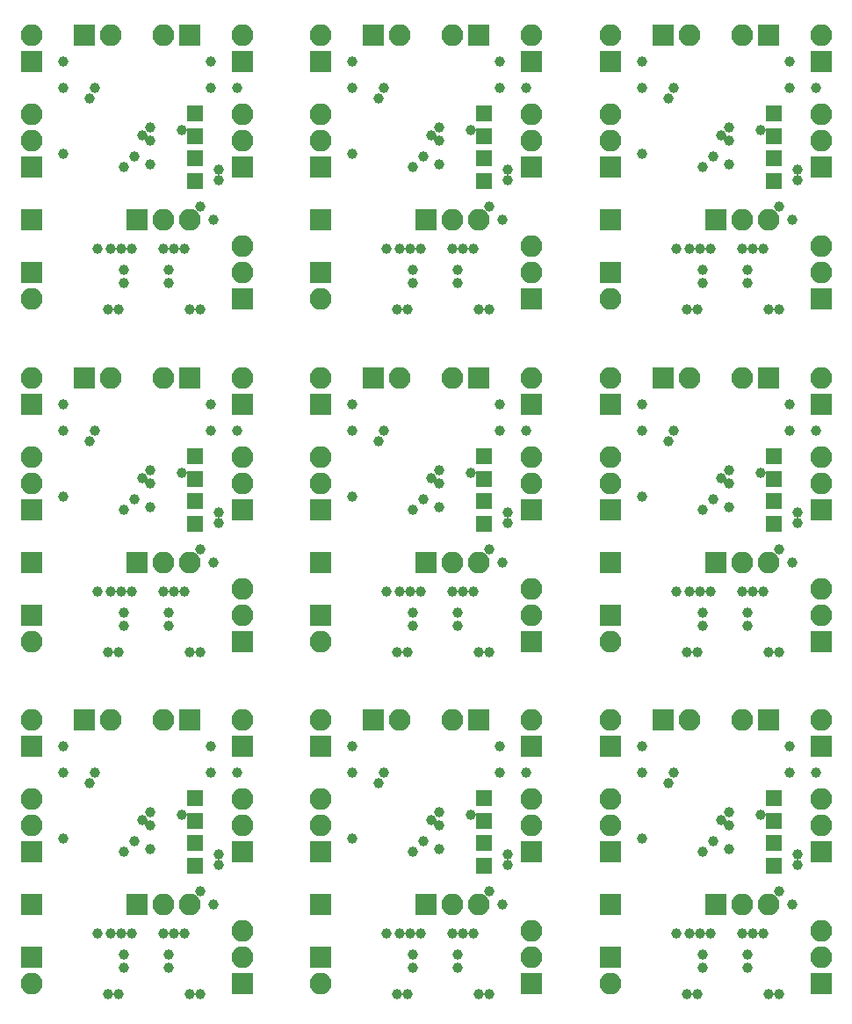
<source format=gbr>
%MOIN*%
%OFA0B0*%
%FSLAX46Y46*%
%IPPOS*%
%LPD*%
%ADD10C,0.0039370078740157488*%
%ADD11R,0.062992125984251982X0.062992125984251982*%
%ADD12R,0.082677165354330714X0.082677165354330714*%
%ADD13O,0.082677165354330714X0.082677165354330714*%
%ADD14C,0.03937007874015748*%
%ADD25C,0.0039370078740157488*%
%ADD26R,0.062992125984251982X0.062992125984251982*%
%ADD27R,0.082677165354330714X0.082677165354330714*%
%ADD28O,0.082677165354330714X0.082677165354330714*%
%ADD29C,0.03937007874015748*%
%ADD30C,0.0039370078740157488*%
%ADD31R,0.062992125984251982X0.062992125984251982*%
%ADD32R,0.082677165354330714X0.082677165354330714*%
%ADD33O,0.082677165354330714X0.082677165354330714*%
%ADD34C,0.03937007874015748*%
%ADD35C,0.0039370078740157488*%
%ADD36R,0.062992125984251982X0.062992125984251982*%
%ADD37R,0.082677165354330714X0.082677165354330714*%
%ADD38O,0.082677165354330714X0.082677165354330714*%
%ADD39C,0.03937007874015748*%
%ADD40C,0.0039370078740157488*%
%ADD41R,0.062992125984251982X0.062992125984251982*%
%ADD42R,0.082677165354330714X0.082677165354330714*%
%ADD43O,0.082677165354330714X0.082677165354330714*%
%ADD44C,0.03937007874015748*%
%ADD45C,0.0039370078740157488*%
%ADD46R,0.062992125984251982X0.062992125984251982*%
%ADD47R,0.082677165354330714X0.082677165354330714*%
%ADD48O,0.082677165354330714X0.082677165354330714*%
%ADD49C,0.03937007874015748*%
%ADD50C,0.0039370078740157488*%
%ADD51R,0.062992125984251982X0.062992125984251982*%
%ADD52R,0.082677165354330714X0.082677165354330714*%
%ADD53O,0.082677165354330714X0.082677165354330714*%
%ADD54C,0.03937007874015748*%
%ADD55C,0.0039370078740157488*%
%ADD56R,0.062992125984251982X0.062992125984251982*%
%ADD57R,0.082677165354330714X0.082677165354330714*%
%ADD58O,0.082677165354330714X0.082677165354330714*%
%ADD59C,0.03937007874015748*%
%ADD60C,0.0039370078740157488*%
%ADD61R,0.062992125984251982X0.062992125984251982*%
%ADD62R,0.082677165354330714X0.082677165354330714*%
%ADD63O,0.082677165354330714X0.082677165354330714*%
%ADD64C,0.03937007874015748*%
G01G01*
D10*
D11*
X-0005400000Y0004799999D02*
X0000719999Y0000716692D03*
X0000719999Y0000803307D03*
X0000719999Y0000546692D03*
X0000719999Y0000633307D03*
D12*
X0000099999Y0000199999D03*
D13*
X0000099999Y0000099999D03*
D12*
X0000099999Y0000399999D03*
X0000899999Y0000099999D03*
D13*
X0000899999Y0000199999D03*
X0000899999Y0000299999D03*
D12*
X0000099999Y0000599999D03*
D13*
X0000099999Y0000699999D03*
X0000099999Y0000799999D03*
D12*
X0000099999Y0000999999D03*
D13*
X0000099999Y0001099999D03*
D12*
X0000299999Y0001099999D03*
D13*
X0000399999Y0001099999D03*
D12*
X0000699999Y0001099999D03*
D13*
X0000599999Y0001099999D03*
D12*
X0000899999Y0000999999D03*
D13*
X0000899999Y0001099999D03*
D12*
X0000899999Y0000599999D03*
D13*
X0000899999Y0000699999D03*
X0000899999Y0000799999D03*
D12*
X0000499999Y0000399999D03*
D13*
X0000599999Y0000399999D03*
X0000699999Y0000399999D03*
D14*
X0000429999Y0000059999D03*
X0000389999Y0000059999D03*
X0000739999Y0000059999D03*
X0000699999Y0000059999D03*
X0000219999Y0000649999D03*
X0000879999Y0000899999D03*
X0000779999Y0000899999D03*
X0000779999Y0000999999D03*
X0000219999Y0000999999D03*
X0000219999Y0000899999D03*
X0000319999Y0000859999D03*
X0000339999Y0000899999D03*
X0000619999Y0000159999D03*
X0000619999Y0000209999D03*
X0000449999Y0000159999D03*
X0000449999Y0000209999D03*
X0000679999Y0000289999D03*
X0000639999Y0000289999D03*
X0000599999Y0000289999D03*
X0000479999Y0000289999D03*
X0000439999Y0000289999D03*
X0000399999Y0000289999D03*
X0000349999Y0000289999D03*
X0000789999Y0000399999D03*
X0000449999Y0000599999D03*
X0000489999Y0000639999D03*
X0000549999Y0000609999D03*
X0000669999Y0000739999D03*
X0000549999Y0000749999D03*
X0000549999Y0000699999D03*
X0000739999Y0000449999D03*
X0000519999Y0000719999D03*
X0000809999Y0000589999D03*
X0000809999Y0000549999D03*
G04 next file*
G04 #@! TF.FileFunction,Soldermask,Top*
G04 Gerber Fmt 4.6, Leading zero omitted, Abs format (unit mm)*
G04 Created by KiCad (PCBNEW (2015-09-22 BZR 6208)-product) date 14.8.2018 10:54:20*
G01G01*
G04 APERTURE LIST*
G04 APERTURE END LIST*
D25*
D26*
X-0005400000Y0006098424D02*
X0000719999Y0002015117D03*
X0000719999Y0002101732D03*
X0000719999Y0001845117D03*
X0000719999Y0001931732D03*
D27*
X0000099999Y0001498424D03*
D28*
X0000099999Y0001398424D03*
D27*
X0000099999Y0001698424D03*
X0000899999Y0001398424D03*
D28*
X0000899999Y0001498424D03*
X0000899999Y0001598424D03*
D27*
X0000099999Y0001898424D03*
D28*
X0000099999Y0001998424D03*
X0000099999Y0002098424D03*
D27*
X0000099999Y0002298424D03*
D28*
X0000099999Y0002398424D03*
D27*
X0000299999Y0002398424D03*
D28*
X0000399999Y0002398424D03*
D27*
X0000699999Y0002398424D03*
D28*
X0000599999Y0002398424D03*
D27*
X0000899999Y0002298424D03*
D28*
X0000899999Y0002398424D03*
D27*
X0000899999Y0001898424D03*
D28*
X0000899999Y0001998424D03*
X0000899999Y0002098424D03*
D27*
X0000499999Y0001698424D03*
D28*
X0000599999Y0001698424D03*
X0000699999Y0001698424D03*
D29*
X0000429999Y0001358424D03*
X0000389999Y0001358424D03*
X0000739999Y0001358424D03*
X0000699999Y0001358424D03*
X0000219999Y0001948424D03*
X0000879999Y0002198424D03*
X0000779999Y0002198424D03*
X0000779999Y0002298424D03*
X0000219999Y0002298424D03*
X0000219999Y0002198424D03*
X0000319999Y0002158424D03*
X0000339999Y0002198424D03*
X0000619999Y0001458424D03*
X0000619999Y0001508424D03*
X0000449999Y0001458424D03*
X0000449999Y0001508424D03*
X0000679999Y0001588424D03*
X0000639999Y0001588424D03*
X0000599999Y0001588424D03*
X0000479999Y0001588424D03*
X0000439999Y0001588424D03*
X0000399999Y0001588424D03*
X0000349999Y0001588424D03*
X0000789999Y0001698424D03*
X0000449999Y0001898424D03*
X0000489999Y0001938424D03*
X0000549999Y0001908424D03*
X0000669999Y0002038424D03*
X0000549999Y0002048424D03*
X0000549999Y0001998424D03*
X0000739999Y0001748424D03*
X0000519999Y0002018424D03*
X0000809999Y0001888424D03*
X0000809999Y0001848424D03*
G04 next file*
G04 #@! TF.FileFunction,Soldermask,Top*
G04 Gerber Fmt 4.6, Leading zero omitted, Abs format (unit mm)*
G04 Created by KiCad (PCBNEW (2015-09-22 BZR 6208)-product) date 14.8.2018 10:54:20*
G01G01*
G04 APERTURE LIST*
G04 APERTURE END LIST*
D30*
D31*
X-0005400000Y0007396850D02*
X0000719999Y0003313543D03*
X0000719999Y0003400157D03*
X0000719999Y0003143543D03*
X0000719999Y0003230157D03*
D32*
X0000099999Y0002796850D03*
D33*
X0000099999Y0002696850D03*
D32*
X0000099999Y0002996850D03*
X0000899999Y0002696850D03*
D33*
X0000899999Y0002796850D03*
X0000899999Y0002896850D03*
D32*
X0000099999Y0003196850D03*
D33*
X0000099999Y0003296850D03*
X0000099999Y0003396850D03*
D32*
X0000099999Y0003596850D03*
D33*
X0000099999Y0003696850D03*
D32*
X0000299999Y0003696850D03*
D33*
X0000399999Y0003696850D03*
D32*
X0000699999Y0003696850D03*
D33*
X0000599999Y0003696850D03*
D32*
X0000899999Y0003596850D03*
D33*
X0000899999Y0003696850D03*
D32*
X0000899999Y0003196850D03*
D33*
X0000899999Y0003296850D03*
X0000899999Y0003396850D03*
D32*
X0000499999Y0002996850D03*
D33*
X0000599999Y0002996850D03*
X0000699999Y0002996850D03*
D34*
X0000429999Y0002656850D03*
X0000389999Y0002656850D03*
X0000739999Y0002656850D03*
X0000699999Y0002656850D03*
X0000219999Y0003246850D03*
X0000879999Y0003496850D03*
X0000779999Y0003496850D03*
X0000779999Y0003596850D03*
X0000219999Y0003596850D03*
X0000219999Y0003496850D03*
X0000319999Y0003456850D03*
X0000339999Y0003496850D03*
X0000619999Y0002756850D03*
X0000619999Y0002806850D03*
X0000449999Y0002756850D03*
X0000449999Y0002806850D03*
X0000679999Y0002886850D03*
X0000639999Y0002886850D03*
X0000599999Y0002886850D03*
X0000479999Y0002886850D03*
X0000439999Y0002886850D03*
X0000399999Y0002886850D03*
X0000349999Y0002886850D03*
X0000789999Y0002996850D03*
X0000449999Y0003196850D03*
X0000489999Y0003236850D03*
X0000549999Y0003206850D03*
X0000669999Y0003336850D03*
X0000549999Y0003346850D03*
X0000549999Y0003296850D03*
X0000739999Y0003046850D03*
X0000519999Y0003316850D03*
X0000809999Y0003186850D03*
X0000809999Y0003146850D03*
G04 next file*
G04 #@! TF.FileFunction,Soldermask,Top*
G04 Gerber Fmt 4.6, Leading zero omitted, Abs format (unit mm)*
G04 Created by KiCad (PCBNEW (2015-09-22 BZR 6208)-product) date 14.8.2018 10:54:20*
G01G01*
G04 APERTURE LIST*
G04 APERTURE END LIST*
D35*
D36*
X-0004301574Y0004799999D02*
X0001818425Y0000716692D03*
X0001818425Y0000803307D03*
X0001818425Y0000546692D03*
X0001818425Y0000633307D03*
D37*
X0001198425Y0000199999D03*
D38*
X0001198425Y0000099999D03*
D37*
X0001198425Y0000399999D03*
X0001998425Y0000099999D03*
D38*
X0001998425Y0000199999D03*
X0001998425Y0000299999D03*
D37*
X0001198425Y0000599999D03*
D38*
X0001198425Y0000699999D03*
X0001198425Y0000799999D03*
D37*
X0001198425Y0000999999D03*
D38*
X0001198425Y0001099999D03*
D37*
X0001398425Y0001099999D03*
D38*
X0001498425Y0001099999D03*
D37*
X0001798425Y0001099999D03*
D38*
X0001698425Y0001099999D03*
D37*
X0001998425Y0000999999D03*
D38*
X0001998425Y0001099999D03*
D37*
X0001998425Y0000599999D03*
D38*
X0001998425Y0000699999D03*
X0001998425Y0000799999D03*
D37*
X0001598425Y0000399999D03*
D38*
X0001698425Y0000399999D03*
X0001798425Y0000399999D03*
D39*
X0001528425Y0000059999D03*
X0001488425Y0000059999D03*
X0001838425Y0000059999D03*
X0001798425Y0000059999D03*
X0001318425Y0000649999D03*
X0001978425Y0000899999D03*
X0001878425Y0000899999D03*
X0001878425Y0000999999D03*
X0001318425Y0000999999D03*
X0001318425Y0000899999D03*
X0001418425Y0000859999D03*
X0001438425Y0000899999D03*
X0001718425Y0000159999D03*
X0001718425Y0000209999D03*
X0001548425Y0000159999D03*
X0001548425Y0000209999D03*
X0001778425Y0000289999D03*
X0001738425Y0000289999D03*
X0001698425Y0000289999D03*
X0001578425Y0000289999D03*
X0001538425Y0000289999D03*
X0001498425Y0000289999D03*
X0001448425Y0000289999D03*
X0001888425Y0000399999D03*
X0001548425Y0000599999D03*
X0001588425Y0000639999D03*
X0001648425Y0000609999D03*
X0001768425Y0000739999D03*
X0001648425Y0000749999D03*
X0001648425Y0000699999D03*
X0001838425Y0000449999D03*
X0001618425Y0000719999D03*
X0001908425Y0000589999D03*
X0001908425Y0000549999D03*
G04 next file*
G04 #@! TF.FileFunction,Soldermask,Top*
G04 Gerber Fmt 4.6, Leading zero omitted, Abs format (unit mm)*
G04 Created by KiCad (PCBNEW (2015-09-22 BZR 6208)-product) date 14.8.2018 10:54:20*
G01G01*
G04 APERTURE LIST*
G04 APERTURE END LIST*
D40*
D41*
X-0003203149Y0004799999D02*
X0002916850Y0000716692D03*
X0002916850Y0000803307D03*
X0002916850Y0000546692D03*
X0002916850Y0000633307D03*
D42*
X0002296850Y0000199999D03*
D43*
X0002296850Y0000099999D03*
D42*
X0002296850Y0000399999D03*
X0003096850Y0000099999D03*
D43*
X0003096850Y0000199999D03*
X0003096850Y0000299999D03*
D42*
X0002296850Y0000599999D03*
D43*
X0002296850Y0000699999D03*
X0002296850Y0000799999D03*
D42*
X0002296850Y0000999999D03*
D43*
X0002296850Y0001099999D03*
D42*
X0002496850Y0001099999D03*
D43*
X0002596850Y0001099999D03*
D42*
X0002896850Y0001099999D03*
D43*
X0002796850Y0001099999D03*
D42*
X0003096850Y0000999999D03*
D43*
X0003096850Y0001099999D03*
D42*
X0003096850Y0000599999D03*
D43*
X0003096850Y0000699999D03*
X0003096850Y0000799999D03*
D42*
X0002696850Y0000399999D03*
D43*
X0002796850Y0000399999D03*
X0002896850Y0000399999D03*
D44*
X0002626850Y0000059999D03*
X0002586850Y0000059999D03*
X0002936850Y0000059999D03*
X0002896850Y0000059999D03*
X0002416850Y0000649999D03*
X0003076850Y0000899999D03*
X0002976850Y0000899999D03*
X0002976850Y0000999999D03*
X0002416850Y0000999999D03*
X0002416850Y0000899999D03*
X0002516850Y0000859999D03*
X0002536850Y0000899999D03*
X0002816850Y0000159999D03*
X0002816850Y0000209999D03*
X0002646850Y0000159999D03*
X0002646850Y0000209999D03*
X0002876850Y0000289999D03*
X0002836850Y0000289999D03*
X0002796850Y0000289999D03*
X0002676850Y0000289999D03*
X0002636850Y0000289999D03*
X0002596850Y0000289999D03*
X0002546850Y0000289999D03*
X0002986850Y0000399999D03*
X0002646850Y0000599999D03*
X0002686850Y0000639999D03*
X0002746850Y0000609999D03*
X0002866850Y0000739999D03*
X0002746850Y0000749999D03*
X0002746850Y0000699999D03*
X0002936850Y0000449999D03*
X0002716850Y0000719999D03*
X0003006850Y0000589999D03*
X0003006850Y0000549999D03*
G04 next file*
G04 #@! TF.FileFunction,Soldermask,Top*
G04 Gerber Fmt 4.6, Leading zero omitted, Abs format (unit mm)*
G04 Created by KiCad (PCBNEW (2015-09-22 BZR 6208)-product) date 14.8.2018 10:54:20*
G01G01*
G04 APERTURE LIST*
G04 APERTURE END LIST*
D45*
D46*
X-0004301574Y0006098424D02*
X0001818425Y0002015117D03*
X0001818425Y0002101732D03*
X0001818425Y0001845117D03*
X0001818425Y0001931732D03*
D47*
X0001198425Y0001498424D03*
D48*
X0001198425Y0001398424D03*
D47*
X0001198425Y0001698424D03*
X0001998425Y0001398424D03*
D48*
X0001998425Y0001498424D03*
X0001998425Y0001598424D03*
D47*
X0001198425Y0001898424D03*
D48*
X0001198425Y0001998424D03*
X0001198425Y0002098424D03*
D47*
X0001198425Y0002298424D03*
D48*
X0001198425Y0002398424D03*
D47*
X0001398425Y0002398424D03*
D48*
X0001498425Y0002398424D03*
D47*
X0001798425Y0002398424D03*
D48*
X0001698425Y0002398424D03*
D47*
X0001998425Y0002298424D03*
D48*
X0001998425Y0002398424D03*
D47*
X0001998425Y0001898424D03*
D48*
X0001998425Y0001998424D03*
X0001998425Y0002098424D03*
D47*
X0001598425Y0001698424D03*
D48*
X0001698425Y0001698424D03*
X0001798425Y0001698424D03*
D49*
X0001528425Y0001358424D03*
X0001488425Y0001358424D03*
X0001838425Y0001358424D03*
X0001798425Y0001358424D03*
X0001318425Y0001948424D03*
X0001978425Y0002198424D03*
X0001878425Y0002198424D03*
X0001878425Y0002298424D03*
X0001318425Y0002298424D03*
X0001318425Y0002198424D03*
X0001418425Y0002158424D03*
X0001438425Y0002198424D03*
X0001718425Y0001458424D03*
X0001718425Y0001508424D03*
X0001548425Y0001458424D03*
X0001548425Y0001508424D03*
X0001778425Y0001588424D03*
X0001738425Y0001588424D03*
X0001698425Y0001588424D03*
X0001578425Y0001588424D03*
X0001538425Y0001588424D03*
X0001498425Y0001588424D03*
X0001448425Y0001588424D03*
X0001888425Y0001698424D03*
X0001548425Y0001898424D03*
X0001588425Y0001938424D03*
X0001648425Y0001908424D03*
X0001768425Y0002038424D03*
X0001648425Y0002048424D03*
X0001648425Y0001998424D03*
X0001838425Y0001748424D03*
X0001618425Y0002018424D03*
X0001908425Y0001888424D03*
X0001908425Y0001848424D03*
G04 next file*
G04 #@! TF.FileFunction,Soldermask,Top*
G04 Gerber Fmt 4.6, Leading zero omitted, Abs format (unit mm)*
G04 Created by KiCad (PCBNEW (2015-09-22 BZR 6208)-product) date 14.8.2018 10:54:20*
G01G01*
G04 APERTURE LIST*
G04 APERTURE END LIST*
D50*
D51*
X-0004301574Y0007396850D02*
X0001818425Y0003313543D03*
X0001818425Y0003400157D03*
X0001818425Y0003143543D03*
X0001818425Y0003230157D03*
D52*
X0001198425Y0002796850D03*
D53*
X0001198425Y0002696850D03*
D52*
X0001198425Y0002996850D03*
X0001998425Y0002696850D03*
D53*
X0001998425Y0002796850D03*
X0001998425Y0002896850D03*
D52*
X0001198425Y0003196850D03*
D53*
X0001198425Y0003296850D03*
X0001198425Y0003396850D03*
D52*
X0001198425Y0003596850D03*
D53*
X0001198425Y0003696850D03*
D52*
X0001398425Y0003696850D03*
D53*
X0001498425Y0003696850D03*
D52*
X0001798425Y0003696850D03*
D53*
X0001698425Y0003696850D03*
D52*
X0001998425Y0003596850D03*
D53*
X0001998425Y0003696850D03*
D52*
X0001998425Y0003196850D03*
D53*
X0001998425Y0003296850D03*
X0001998425Y0003396850D03*
D52*
X0001598425Y0002996850D03*
D53*
X0001698425Y0002996850D03*
X0001798425Y0002996850D03*
D54*
X0001528425Y0002656850D03*
X0001488425Y0002656850D03*
X0001838425Y0002656850D03*
X0001798425Y0002656850D03*
X0001318425Y0003246850D03*
X0001978425Y0003496850D03*
X0001878425Y0003496850D03*
X0001878425Y0003596850D03*
X0001318425Y0003596850D03*
X0001318425Y0003496850D03*
X0001418425Y0003456850D03*
X0001438425Y0003496850D03*
X0001718425Y0002756850D03*
X0001718425Y0002806850D03*
X0001548425Y0002756850D03*
X0001548425Y0002806850D03*
X0001778425Y0002886850D03*
X0001738425Y0002886850D03*
X0001698425Y0002886850D03*
X0001578425Y0002886850D03*
X0001538425Y0002886850D03*
X0001498425Y0002886850D03*
X0001448425Y0002886850D03*
X0001888425Y0002996850D03*
X0001548425Y0003196850D03*
X0001588425Y0003236850D03*
X0001648425Y0003206850D03*
X0001768425Y0003336850D03*
X0001648425Y0003346850D03*
X0001648425Y0003296850D03*
X0001838425Y0003046850D03*
X0001618425Y0003316850D03*
X0001908425Y0003186850D03*
X0001908425Y0003146850D03*
G04 next file*
G04 #@! TF.FileFunction,Soldermask,Top*
G04 Gerber Fmt 4.6, Leading zero omitted, Abs format (unit mm)*
G04 Created by KiCad (PCBNEW (2015-09-22 BZR 6208)-product) date 14.8.2018 10:54:20*
G01G01*
G04 APERTURE LIST*
G04 APERTURE END LIST*
D55*
D56*
X-0003203149Y0006098424D02*
X0002916850Y0002015117D03*
X0002916850Y0002101732D03*
X0002916850Y0001845117D03*
X0002916850Y0001931732D03*
D57*
X0002296850Y0001498424D03*
D58*
X0002296850Y0001398424D03*
D57*
X0002296850Y0001698424D03*
X0003096850Y0001398424D03*
D58*
X0003096850Y0001498424D03*
X0003096850Y0001598424D03*
D57*
X0002296850Y0001898424D03*
D58*
X0002296850Y0001998424D03*
X0002296850Y0002098424D03*
D57*
X0002296850Y0002298424D03*
D58*
X0002296850Y0002398424D03*
D57*
X0002496850Y0002398424D03*
D58*
X0002596850Y0002398424D03*
D57*
X0002896850Y0002398424D03*
D58*
X0002796850Y0002398424D03*
D57*
X0003096850Y0002298424D03*
D58*
X0003096850Y0002398424D03*
D57*
X0003096850Y0001898424D03*
D58*
X0003096850Y0001998424D03*
X0003096850Y0002098424D03*
D57*
X0002696850Y0001698424D03*
D58*
X0002796850Y0001698424D03*
X0002896850Y0001698424D03*
D59*
X0002626850Y0001358424D03*
X0002586850Y0001358424D03*
X0002936850Y0001358424D03*
X0002896850Y0001358424D03*
X0002416850Y0001948424D03*
X0003076850Y0002198424D03*
X0002976850Y0002198424D03*
X0002976850Y0002298424D03*
X0002416850Y0002298424D03*
X0002416850Y0002198424D03*
X0002516850Y0002158424D03*
X0002536850Y0002198424D03*
X0002816850Y0001458424D03*
X0002816850Y0001508424D03*
X0002646850Y0001458424D03*
X0002646850Y0001508424D03*
X0002876850Y0001588424D03*
X0002836850Y0001588424D03*
X0002796850Y0001588424D03*
X0002676850Y0001588424D03*
X0002636850Y0001588424D03*
X0002596850Y0001588424D03*
X0002546850Y0001588424D03*
X0002986850Y0001698424D03*
X0002646850Y0001898424D03*
X0002686850Y0001938424D03*
X0002746850Y0001908424D03*
X0002866850Y0002038424D03*
X0002746850Y0002048424D03*
X0002746850Y0001998424D03*
X0002936850Y0001748424D03*
X0002716850Y0002018424D03*
X0003006850Y0001888424D03*
X0003006850Y0001848424D03*
G04 next file*
G04 #@! TF.FileFunction,Soldermask,Top*
G04 Gerber Fmt 4.6, Leading zero omitted, Abs format (unit mm)*
G04 Created by KiCad (PCBNEW (2015-09-22 BZR 6208)-product) date 14.8.2018 10:54:20*
G01G01*
G04 APERTURE LIST*
G04 APERTURE END LIST*
D60*
D61*
X-0003203149Y0007396850D02*
X0002916850Y0003313543D03*
X0002916850Y0003400157D03*
X0002916850Y0003143543D03*
X0002916850Y0003230157D03*
D62*
X0002296850Y0002796850D03*
D63*
X0002296850Y0002696850D03*
D62*
X0002296850Y0002996850D03*
X0003096850Y0002696850D03*
D63*
X0003096850Y0002796850D03*
X0003096850Y0002896850D03*
D62*
X0002296850Y0003196850D03*
D63*
X0002296850Y0003296850D03*
X0002296850Y0003396850D03*
D62*
X0002296850Y0003596850D03*
D63*
X0002296850Y0003696850D03*
D62*
X0002496850Y0003696850D03*
D63*
X0002596850Y0003696850D03*
D62*
X0002896850Y0003696850D03*
D63*
X0002796850Y0003696850D03*
D62*
X0003096850Y0003596850D03*
D63*
X0003096850Y0003696850D03*
D62*
X0003096850Y0003196850D03*
D63*
X0003096850Y0003296850D03*
X0003096850Y0003396850D03*
D62*
X0002696850Y0002996850D03*
D63*
X0002796850Y0002996850D03*
X0002896850Y0002996850D03*
D64*
X0002626850Y0002656850D03*
X0002586850Y0002656850D03*
X0002936850Y0002656850D03*
X0002896850Y0002656850D03*
X0002416850Y0003246850D03*
X0003076850Y0003496850D03*
X0002976850Y0003496850D03*
X0002976850Y0003596850D03*
X0002416850Y0003596850D03*
X0002416850Y0003496850D03*
X0002516850Y0003456850D03*
X0002536850Y0003496850D03*
X0002816850Y0002756850D03*
X0002816850Y0002806850D03*
X0002646850Y0002756850D03*
X0002646850Y0002806850D03*
X0002876850Y0002886850D03*
X0002836850Y0002886850D03*
X0002796850Y0002886850D03*
X0002676850Y0002886850D03*
X0002636850Y0002886850D03*
X0002596850Y0002886850D03*
X0002546850Y0002886850D03*
X0002986850Y0002996850D03*
X0002646850Y0003196850D03*
X0002686850Y0003236850D03*
X0002746850Y0003206850D03*
X0002866850Y0003336850D03*
X0002746850Y0003346850D03*
X0002746850Y0003296850D03*
X0002936850Y0003046850D03*
X0002716850Y0003316850D03*
X0003006850Y0003186850D03*
X0003006850Y0003146850D03*
M02*
</source>
